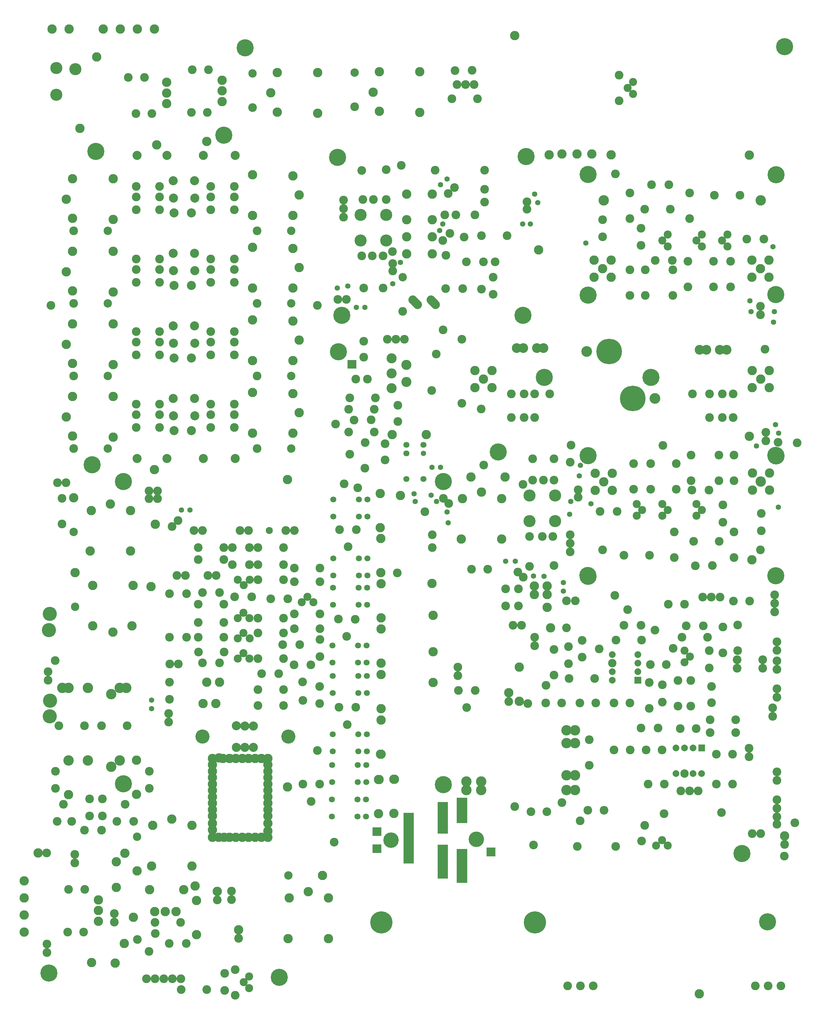
<source format=gbr>
%FSLAX34Y34*%
%MOMM*%
%LNSOLDERMASK_BOTTOM*%
G71*
G01*
%ADD10C,2.600*%
%ADD11C,2.400*%
%ADD12C,2.800*%
%ADD13C,2.600*%
%ADD14C,5.100*%
%ADD15C,1.600*%
%ADD16C,3.100*%
%ADD17C,7.600*%
%ADD18C,3.200*%
%ADD19C,2.900*%
%ADD20C,2.600*%
%ADD21C,2.600*%
%ADD22C,2.400*%
%ADD23C,2.500*%
%ADD24C,2.600*%
%ADD25C,3.600*%
%ADD26C,2.800*%
%ADD27C,3.000*%
%ADD28C,1.800*%
%ADD29C,1.600*%
%ADD30C,2.000*%
%ADD31C,2.500*%
%ADD32C,2.700*%
%ADD33C,2.700*%
%ADD34C,4.200*%
%ADD35C,2.700*%
%ADD36C,2.800*%
%ADD37C,2.100*%
%ADD38C,6.600*%
%ADD39C,4.200*%
%ADD40C,4.600*%
%LPD*%
X419045Y-515829D02*
G54D10*
D03*
X419095Y-439579D02*
G54D10*
D03*
X338051Y-519229D02*
G54D10*
D03*
X338164Y-570210D02*
G54D10*
D03*
X452351Y-544629D02*
G54D10*
D03*
X452463Y-595610D02*
G54D10*
D03*
X419061Y-744429D02*
G54D10*
D03*
X419111Y-668179D02*
G54D10*
D03*
X539782Y-487815D02*
G54D10*
D03*
X463532Y-487765D02*
G54D10*
D03*
X464741Y-668179D02*
G54D10*
D03*
X464691Y-744429D02*
G54D10*
D03*
X596844Y-515830D02*
G54D10*
D03*
X596894Y-439580D02*
G54D10*
D03*
X494176Y-640345D02*
G54D10*
D03*
X591741Y-642779D02*
G54D10*
D03*
X591691Y-719029D02*
G54D10*
D03*
X667940Y-642779D02*
G54D10*
D03*
X667890Y-719029D02*
G54D10*
D03*
X718740Y-642779D02*
G54D10*
D03*
X718690Y-719029D02*
G54D10*
D03*
X818212Y-576734D02*
G54D10*
D03*
X767232Y-576847D02*
G54D10*
D03*
X746758Y-446011D02*
G54D10*
D03*
X670508Y-445961D02*
G54D10*
D03*
X531416Y-563404D02*
G54D11*
D03*
X515516Y-580979D02*
G54D11*
D03*
X531450Y-598595D02*
G54D11*
D03*
X633016Y-563404D02*
G54D11*
D03*
X617116Y-580979D02*
G54D11*
D03*
X633050Y-598595D02*
G54D11*
D03*
X709216Y-563404D02*
G54D11*
D03*
X693316Y-580979D02*
G54D11*
D03*
X709250Y-598595D02*
G54D11*
D03*
X312316Y-639504D02*
G54D12*
D03*
X363116Y-639504D02*
G54D12*
D03*
X337716Y-664904D02*
G54D12*
D03*
X363116Y-690304D02*
G54D12*
D03*
X312316Y-690304D02*
G54D12*
D03*
X782216Y-639504D02*
G54D12*
D03*
X833016Y-639504D02*
G54D12*
D03*
X807616Y-664904D02*
G54D12*
D03*
X833016Y-690304D02*
G54D12*
D03*
X782216Y-690304D02*
G54D12*
D03*
X483742Y-415195D02*
G54D10*
D03*
X534722Y-415082D02*
G54D10*
D03*
X419061Y-744429D02*
G54D13*
D03*
X464691Y-744429D02*
G54D13*
D03*
X591691Y-719029D02*
G54D13*
D03*
X667890Y-719029D02*
G54D13*
D03*
X419061Y-744429D02*
G54D13*
D03*
X294640Y-384810D02*
G54D14*
D03*
X544976Y-640345D02*
G54D10*
D03*
X547291Y-668179D02*
G54D10*
D03*
X547241Y-744429D02*
G54D10*
D03*
X376291Y-383029D02*
G54D10*
D03*
X287516Y-588804D02*
G54D15*
D03*
X464691Y-744429D02*
G54D13*
D03*
X547241Y-744429D02*
G54D13*
D03*
X591691Y-719029D02*
G54D13*
D03*
X667890Y-719029D02*
G54D13*
D03*
X854472Y-385604D02*
G54D14*
D03*
X294640Y-743586D02*
G54D14*
D03*
X853836Y-741998D02*
G54D14*
D03*
X344666Y-461804D02*
G54D15*
D03*
X341490Y-461804D02*
G54D16*
D03*
X808215Y-461804D02*
G54D16*
D03*
X427266Y-1051045D02*
G54D17*
D03*
X357416Y-911344D02*
G54D17*
D03*
X290741Y-911345D02*
G54D18*
D03*
X493941Y-1051045D02*
G54D18*
D03*
X81866Y-901245D02*
G54D19*
D03*
X161866Y-901245D02*
G54D20*
D03*
X626866Y-906245D02*
G54D20*
D03*
X706866Y-906245D02*
G54D20*
D03*
X161866Y-901245D02*
G54D19*
D03*
X626866Y-906245D02*
G54D19*
D03*
X706866Y-906245D02*
G54D12*
D03*
X101866Y-901245D02*
G54D19*
D03*
X141866Y-901245D02*
G54D19*
D03*
X646866Y-906244D02*
G54D19*
D03*
X686866Y-906245D02*
G54D19*
D03*
X-42559Y-1018845D02*
G54D12*
D03*
X-42559Y-968045D02*
G54D12*
D03*
X-17159Y-993445D02*
G54D12*
D03*
X8241Y-968044D02*
G54D12*
D03*
X8241Y-1018845D02*
G54D12*
D03*
X-42559Y-1018845D02*
G54D21*
D03*
X8241Y-1018845D02*
G54D13*
D03*
X782941Y-1018845D02*
G54D12*
D03*
X782941Y-968045D02*
G54D12*
D03*
X808341Y-993445D02*
G54D12*
D03*
X833741Y-968045D02*
G54D12*
D03*
X833741Y-1018845D02*
G54D12*
D03*
X782941Y-1018845D02*
G54D21*
D03*
X833741Y-1018845D02*
G54D13*
D03*
X656398Y-1107482D02*
G54D10*
D03*
X656398Y-1037632D02*
G54D10*
D03*
X726248Y-1107482D02*
G54D10*
D03*
X726248Y-1037632D02*
G54D10*
D03*
X694498Y-1037632D02*
G54D10*
D03*
X694498Y-1107482D02*
G54D10*
D03*
X726249Y-1107482D02*
G54D13*
D03*
X726249Y-1037632D02*
G54D13*
D03*
X65848Y-1107482D02*
G54D10*
D03*
X65848Y-1037632D02*
G54D10*
D03*
X135698Y-1107482D02*
G54D10*
D03*
X135698Y-1037632D02*
G54D10*
D03*
X103948Y-1037632D02*
G54D10*
D03*
X103948Y-1107482D02*
G54D10*
D03*
X135699Y-1107482D02*
G54D13*
D03*
X135699Y-1037632D02*
G54D13*
D03*
X706866Y-906245D02*
G54D19*
D03*
X180149Y-1037632D02*
G54D21*
D03*
X605599Y-1037632D02*
G54D21*
D03*
X821141Y-904520D02*
G54D21*
D03*
X-23409Y-1082320D02*
G54D21*
D03*
X-42559Y-968045D02*
G54D13*
D03*
X8241Y-968044D02*
G54D13*
D03*
X782941Y-968045D02*
G54D13*
D03*
X833741Y-968045D02*
G54D13*
D03*
X833741Y-1018845D02*
G54D13*
D03*
X294640Y-1221423D02*
G54D14*
D03*
X854472Y-1222216D02*
G54D14*
D03*
X294640Y-1580198D02*
G54D14*
D03*
X853836Y-1578610D02*
G54D14*
D03*
X808215Y-1298416D02*
G54D16*
D03*
X-306184Y-581344D02*
G54D22*
D03*
X-306184Y-505144D02*
G54D22*
D03*
X-382384Y-581344D02*
G54D22*
D03*
X-306184Y-581344D02*
G54D22*
D03*
X-382384Y-505144D02*
G54D22*
D03*
X-382384Y-581344D02*
G54D22*
D03*
X-306184Y-505144D02*
G54D22*
D03*
X-382384Y-505144D02*
G54D22*
D03*
X-306272Y-370121D02*
G54D10*
D03*
X-306272Y-459021D02*
G54D10*
D03*
X-344372Y-459021D02*
G54D10*
D03*
X-376122Y-459021D02*
G54D10*
D03*
X-315916Y-721911D02*
G54D10*
D03*
X-379415Y-626661D02*
G54D10*
D03*
X-347666Y-626661D02*
G54D10*
D03*
X-315916Y-626661D02*
G54D10*
D03*
X-287433Y-614372D02*
G54D10*
D03*
X-379416Y-372661D02*
G54D10*
D03*
X-261822Y-357421D02*
G54D10*
D03*
X-99394Y-505110D02*
G54D10*
D03*
X-42244Y-505110D02*
G54D10*
D03*
X-13544Y-428910D02*
G54D10*
D03*
X-13544Y-371760D02*
G54D10*
D03*
X-74594Y-570734D02*
G54D10*
D03*
X-128546Y-624616D02*
G54D10*
D03*
X-74594Y-570734D02*
G54D13*
D03*
X53182Y-566682D02*
G54D10*
D03*
X-23068Y-566632D02*
G54D10*
D03*
X53182Y-566682D02*
G54D13*
D03*
X-67644Y-644810D02*
G54D10*
D03*
X-16844Y-644810D02*
G54D10*
D03*
X-16844Y-644810D02*
G54D10*
D03*
X11763Y-740916D02*
G54D10*
D03*
X11651Y-689936D02*
G54D10*
D03*
X11763Y-740916D02*
G54D10*
D03*
X-13544Y-467010D02*
G54D10*
D03*
X18206Y-644810D02*
G54D10*
D03*
X-132414Y-505110D02*
G54D10*
D03*
X-121494Y-441610D02*
G54D10*
D03*
X-245190Y-443106D02*
G54D12*
D03*
X-168990Y-443106D02*
G54D12*
D03*
X-245190Y-519306D02*
G54D12*
D03*
X-245190Y-570106D02*
G54D12*
D03*
X-245190Y-620906D02*
G54D12*
D03*
X-168990Y-519306D02*
G54D12*
D03*
X-168990Y-570106D02*
G54D12*
D03*
X-168990Y-620906D02*
G54D12*
D03*
X-257691Y-791468D02*
G54D23*
D03*
X-257691Y-689868D02*
G54D23*
D03*
X-257691Y-791468D02*
G54D13*
D03*
X-168990Y-443106D02*
G54D10*
D03*
X-22739Y-725909D02*
G54D10*
D03*
X-78959Y-723664D02*
G54D10*
D03*
X-78959Y-723664D02*
G54D10*
D03*
X-129759Y-723664D02*
G54D10*
D03*
G54D24*
X-159575Y-771386D02*
X-173717Y-757244D01*
G54D24*
X-213550Y-771386D02*
X-227692Y-757244D01*
X-433784Y-461010D02*
G54D21*
D03*
X-433784Y-486410D02*
G54D21*
D03*
X-433784Y-511810D02*
G54D21*
D03*
X-160734Y-372110D02*
G54D21*
D03*
X-382384Y-505144D02*
G54D25*
D03*
X-382384Y-581344D02*
G54D25*
D03*
X-306184Y-581344D02*
G54D25*
D03*
X-306184Y-505144D02*
G54D25*
D03*
X119894Y-1339546D02*
G54D22*
D03*
X119894Y-1415746D02*
G54D22*
D03*
X196094Y-1339546D02*
G54D22*
D03*
X119894Y-1339546D02*
G54D22*
D03*
X196094Y-1415746D02*
G54D22*
D03*
X196094Y-1339546D02*
G54D22*
D03*
X119894Y-1415746D02*
G54D22*
D03*
X196094Y-1415746D02*
G54D22*
D03*
X119982Y-1550769D02*
G54D10*
D03*
X119982Y-1461869D02*
G54D10*
D03*
X158082Y-1461869D02*
G54D10*
D03*
X189832Y-1461869D02*
G54D10*
D03*
X193126Y-1230729D02*
G54D10*
D03*
X129626Y-1230729D02*
G54D10*
D03*
X193125Y-1294229D02*
G54D10*
D03*
X161376Y-1294229D02*
G54D10*
D03*
X129626Y-1294229D02*
G54D10*
D03*
X101143Y-1306518D02*
G54D10*
D03*
X193126Y-1548229D02*
G54D10*
D03*
X241144Y-1507505D02*
G54D21*
D03*
X241144Y-1482105D02*
G54D21*
D03*
X241144Y-1456705D02*
G54D21*
D03*
X241144Y-1240805D02*
G54D21*
D03*
X196094Y-1415746D02*
G54D25*
D03*
X196094Y-1339546D02*
G54D25*
D03*
X119894Y-1339546D02*
G54D25*
D03*
X119894Y-1415746D02*
G54D25*
D03*
X-83114Y-1469127D02*
G54D12*
D03*
X-79940Y-1348477D02*
G54D12*
D03*
X37536Y-1469127D02*
G54D12*
D03*
X37536Y-1348477D02*
G54D12*
D03*
X-22789Y-1329014D02*
G54D12*
D03*
X-79940Y-1348477D02*
G54D26*
D03*
X-54093Y-1284896D02*
G54D12*
D03*
X47507Y-1284896D02*
G54D12*
D03*
X134807Y-1609036D02*
G54D12*
D03*
X134807Y-1634436D02*
G54D12*
D03*
X172907Y-1634436D02*
G54D12*
D03*
X172907Y-1672536D02*
G54D12*
D03*
X87402Y-1617042D02*
G54D10*
D03*
X87515Y-1668022D02*
G54D10*
D03*
X87402Y-1617042D02*
G54D10*
D03*
X87514Y-1668023D02*
G54D10*
D03*
X49302Y-1617042D02*
G54D10*
D03*
X49414Y-1668022D02*
G54D10*
D03*
X49302Y-1617042D02*
G54D10*
D03*
X49414Y-1668023D02*
G54D10*
D03*
X172907Y-1609036D02*
G54D12*
D03*
X-16126Y-1249086D02*
G54D10*
D03*
X-54093Y-1284896D02*
G54D12*
D03*
X-246135Y-950597D02*
G54D27*
D03*
X-246135Y-1001397D02*
G54D27*
D03*
X-290585Y-975996D02*
G54D27*
D03*
X-290585Y-1020447D02*
G54D27*
D03*
X-290585Y-931547D02*
G54D27*
D03*
X-277885Y-874397D02*
G54D10*
D03*
X-303285Y-874397D02*
G54D10*
D03*
X-252485Y-874396D02*
G54D10*
D03*
X-338970Y-1049022D02*
G54D10*
D03*
X-415220Y-1048972D02*
G54D10*
D03*
X-417912Y-1083282D02*
G54D10*
D03*
X-341662Y-1083332D02*
G54D10*
D03*
X-401978Y-1114758D02*
G54D10*
D03*
X-350998Y-1114646D02*
G54D10*
D03*
X-373135Y-880659D02*
G54D10*
D03*
X-373135Y-928459D02*
G54D10*
D03*
X-369525Y-1182284D02*
G54D10*
D03*
X-369575Y-1258534D02*
G54D10*
D03*
X-309635Y-1233346D02*
G54D10*
D03*
X-309635Y-1185547D02*
G54D10*
D03*
X-397079Y-993503D02*
G54D10*
D03*
X-361979Y-993502D02*
G54D10*
D03*
X-271535Y-1119047D02*
G54D10*
D03*
X-271535Y-1071246D02*
G54D10*
D03*
X-417857Y-1150929D02*
G54D10*
D03*
X-341607Y-1150979D02*
G54D10*
D03*
X-170660Y-1027352D02*
G54D10*
D03*
X-417912Y-1083282D02*
G54D10*
D03*
X-417857Y-1150928D02*
G54D10*
D03*
X-309635Y-1233346D02*
G54D10*
D03*
X-369575Y-1258534D02*
G54D10*
D03*
G36*
X-395185Y-936327D02*
X-395185Y-962327D01*
X-421185Y-962327D01*
X-421185Y-936327D01*
X-395185Y-936327D01*
G37*
X-195335Y-1188808D02*
G54D28*
D03*
X-195335Y-1214208D02*
G54D29*
D03*
X-246135Y-1188809D02*
G54D29*
D03*
X-246135Y-1214208D02*
G54D28*
D03*
X-195335Y-1290409D02*
G54D29*
D03*
X-246135Y-1290409D02*
G54D29*
D03*
X-288553Y-1158042D02*
G54D12*
D03*
X-186953Y-1158042D02*
G54D12*
D03*
X-288553Y-1158043D02*
G54D12*
D03*
X-191139Y-1388017D02*
G54D21*
D03*
X-246135Y-1188809D02*
G54D28*
D03*
X-195335Y-1290409D02*
G54D28*
D03*
X-246135Y-1290409D02*
G54D28*
D03*
G36*
X432778Y-1899147D02*
X432778Y-1879147D01*
X452778Y-1879147D01*
X452778Y-1899147D01*
X432778Y-1899147D01*
G37*
X442778Y-1863747D02*
G54D30*
D03*
X442778Y-1838347D02*
G54D30*
D03*
X442778Y-1812947D02*
G54D30*
D03*
X366578Y-1812947D02*
G54D30*
D03*
X366578Y-1838347D02*
G54D30*
D03*
X366579Y-1863747D02*
G54D30*
D03*
X366578Y-1889147D02*
G54D30*
D03*
X366578Y-1838347D02*
G54D31*
D03*
X738528Y-1853786D02*
G54D10*
D03*
X738528Y-1828286D02*
G54D10*
D03*
X168539Y-1957122D02*
G54D10*
D03*
X193434Y-1873537D02*
G54D10*
D03*
X193484Y-1797287D02*
G54D10*
D03*
X58242Y-1952129D02*
G54D10*
D03*
X58242Y-1926629D02*
G54D10*
D03*
X600499Y-1889845D02*
G54D10*
D03*
X600448Y-1966096D02*
G54D10*
D03*
X600499Y-1889845D02*
G54D10*
D03*
X662383Y-1907778D02*
G54D10*
D03*
X662383Y-1955578D02*
G54D10*
D03*
X562398Y-1889845D02*
G54D10*
D03*
X562348Y-1966096D02*
G54D10*
D03*
X562399Y-1889845D02*
G54D10*
D03*
X582054Y-1836072D02*
G54D11*
D03*
X597954Y-1818497D02*
G54D11*
D03*
X582019Y-1800881D02*
G54D11*
D03*
X655427Y-1801278D02*
G54D10*
D03*
X655539Y-1852259D02*
G54D10*
D03*
X655427Y-1801279D02*
G54D10*
D03*
X650497Y-1761151D02*
G54D10*
D03*
X574247Y-1761101D02*
G54D10*
D03*
X650497Y-1761151D02*
G54D10*
D03*
X637464Y-1727179D02*
G54D10*
D03*
X586484Y-1727291D02*
G54D10*
D03*
X637464Y-1727178D02*
G54D10*
D03*
X515727Y-1902878D02*
G54D10*
D03*
X515839Y-1953859D02*
G54D10*
D03*
X515727Y-1902879D02*
G54D10*
D03*
X662383Y-1907778D02*
G54D10*
D03*
X650497Y-1761151D02*
G54D10*
D03*
X637464Y-1727179D02*
G54D10*
D03*
X695749Y-1731095D02*
G54D10*
D03*
X695699Y-1807346D02*
G54D10*
D03*
X695750Y-1731095D02*
G54D10*
D03*
X695749Y-1731095D02*
G54D10*
D03*
X515727Y-1902878D02*
G54D10*
D03*
X479689Y-1842822D02*
G54D10*
D03*
X527489Y-1842822D02*
G54D10*
D03*
X493933Y-1740423D02*
G54D10*
D03*
X547815Y-1794376D02*
G54D10*
D03*
X493934Y-1740422D02*
G54D10*
D03*
X493934Y-1740423D02*
G54D10*
D03*
X453872Y-1769322D02*
G54D10*
D03*
X377622Y-1769272D02*
G54D10*
D03*
X401375Y-1725396D02*
G54D10*
D03*
X452356Y-1725284D02*
G54D10*
D03*
X401376Y-1725396D02*
G54D10*
D03*
X453872Y-1769322D02*
G54D10*
D03*
X452356Y-1725284D02*
G54D10*
D03*
X270139Y-1957122D02*
G54D10*
D03*
X317939Y-1957122D02*
G54D10*
D03*
X168539Y-1957122D02*
G54D10*
D03*
X216339Y-1957122D02*
G54D10*
D03*
X371739Y-1957122D02*
G54D10*
D03*
X419539Y-1957122D02*
G54D10*
D03*
X371739Y-1957122D02*
G54D10*
D03*
X476674Y-1896195D02*
G54D10*
D03*
X476624Y-1972446D02*
G54D10*
D03*
X476674Y-1896195D02*
G54D10*
D03*
X314172Y-1883622D02*
G54D10*
D03*
X237922Y-1883572D02*
G54D10*
D03*
X314172Y-1883622D02*
G54D10*
D03*
X236593Y-1839748D02*
G54D10*
D03*
X236481Y-1788768D02*
G54D10*
D03*
X236593Y-1839748D02*
G54D10*
D03*
X236481Y-1788767D02*
G54D10*
D03*
X276854Y-1770872D02*
G54D21*
D03*
X327786Y-1795856D02*
G54D21*
D03*
X276740Y-1820755D02*
G54D21*
D03*
X276854Y-1770872D02*
G54D10*
D03*
X182838Y-1733454D02*
G54D10*
D03*
X230638Y-1733454D02*
G54D10*
D03*
X193434Y-1873537D02*
G54D10*
D03*
X169316Y-1904334D02*
G54D10*
D03*
X115364Y-1958216D02*
G54D10*
D03*
X169316Y-1904335D02*
G54D10*
D03*
X740140Y-1724841D02*
G54D10*
D03*
X182838Y-1733454D02*
G54D12*
D03*
X89964Y-1850266D02*
G54D12*
D03*
X89963Y-1951866D02*
G54D12*
D03*
X89964Y-1850266D02*
G54D12*
D03*
X58242Y-1926629D02*
G54D12*
D03*
X740140Y-1724841D02*
G54D10*
D03*
X740090Y-1801091D02*
G54D10*
D03*
X740140Y-1724841D02*
G54D10*
D03*
X740140Y-1724841D02*
G54D10*
D03*
X695749Y-1731095D02*
G54D10*
D03*
X637464Y-1727179D02*
G54D10*
D03*
X650497Y-1761151D02*
G54D10*
D03*
X493933Y-1740423D02*
G54D10*
D03*
X453872Y-1769322D02*
G54D10*
D03*
X452356Y-1725284D02*
G54D10*
D03*
X662383Y-1907778D02*
G54D10*
D03*
X276854Y-1770872D02*
G54D10*
D03*
X371739Y-1957122D02*
G54D10*
D03*
X168539Y-1957122D02*
G54D10*
D03*
X169316Y-1904335D02*
G54D10*
D03*
X193434Y-1873537D02*
G54D10*
D03*
X89964Y-1850266D02*
G54D10*
D03*
X814778Y-1853836D02*
G54D10*
D03*
X738528Y-1853786D02*
G54D10*
D03*
X814778Y-1828336D02*
G54D10*
D03*
X738528Y-1828286D02*
G54D10*
D03*
X-981126Y-1137496D02*
G54D10*
D03*
X-1050976Y-1137496D02*
G54D10*
D03*
X-981126Y-1067646D02*
G54D10*
D03*
X-1050976Y-1067646D02*
G54D10*
D03*
X-1050976Y-1099396D02*
G54D10*
D03*
X-981126Y-1099396D02*
G54D10*
D03*
X-937718Y-1146267D02*
G54D32*
D03*
X-886736Y-1146155D02*
G54D32*
D03*
X-758876Y-1137496D02*
G54D10*
D03*
X-828726Y-1137496D02*
G54D10*
D03*
X-758876Y-1067646D02*
G54D10*
D03*
X-828726Y-1067646D02*
G54D10*
D03*
X-828726Y-1099396D02*
G54D10*
D03*
X-758876Y-1099396D02*
G54D10*
D03*
X-876653Y-1102169D02*
G54D10*
D03*
X-876766Y-1051189D02*
G54D10*
D03*
X-940153Y-1102169D02*
G54D10*
D03*
X-940266Y-1051189D02*
G54D10*
D03*
X-758876Y-1067646D02*
G54D13*
D03*
X-828726Y-1067646D02*
G54D13*
D03*
X-876766Y-1051188D02*
G54D33*
D03*
X-940266Y-1051188D02*
G54D13*
D03*
X-981126Y-1067646D02*
G54D13*
D03*
X-1050976Y-1067646D02*
G54D13*
D03*
X-940153Y-1102169D02*
G54D32*
D03*
X-940266Y-1051189D02*
G54D32*
D03*
X-876766Y-1051189D02*
G54D32*
D03*
X-876653Y-1102169D02*
G54D32*
D03*
X-704663Y-1033204D02*
G54D12*
D03*
X-584013Y-1036378D02*
G54D12*
D03*
X-704663Y-1153854D02*
G54D12*
D03*
X-584013Y-1153854D02*
G54D12*
D03*
X-565200Y-1093529D02*
G54D12*
D03*
X-691156Y-1200134D02*
G54D23*
D03*
X-589556Y-1200133D02*
G54D23*
D03*
X-584013Y-1036378D02*
G54D12*
D03*
X-1119658Y-1165942D02*
G54D12*
D03*
X-1240308Y-1162768D02*
G54D12*
D03*
X-1119658Y-1045292D02*
G54D12*
D03*
X-1240308Y-1045292D02*
G54D12*
D03*
X-1259120Y-1105617D02*
G54D12*
D03*
X-1240307Y-1162768D02*
G54D12*
D03*
X-1240308Y-1045292D02*
G54D12*
D03*
X-1237256Y-1200134D02*
G54D23*
D03*
X-1135656Y-1200133D02*
G54D23*
D03*
X-691156Y-1200134D02*
G54D10*
D03*
X-1237256Y-1200134D02*
G54D10*
D03*
X-981126Y-921596D02*
G54D10*
D03*
X-1050976Y-921596D02*
G54D10*
D03*
X-981126Y-851746D02*
G54D10*
D03*
X-1050976Y-851746D02*
G54D10*
D03*
X-1050976Y-883496D02*
G54D10*
D03*
X-981126Y-883496D02*
G54D10*
D03*
X-937718Y-930367D02*
G54D32*
D03*
X-886736Y-930255D02*
G54D32*
D03*
X-758876Y-921596D02*
G54D10*
D03*
X-828726Y-921596D02*
G54D10*
D03*
X-758876Y-851746D02*
G54D10*
D03*
X-828726Y-851746D02*
G54D10*
D03*
X-828726Y-883496D02*
G54D10*
D03*
X-758876Y-883496D02*
G54D10*
D03*
X-876653Y-886269D02*
G54D10*
D03*
X-876766Y-835288D02*
G54D10*
D03*
X-940153Y-886269D02*
G54D10*
D03*
X-940266Y-835289D02*
G54D10*
D03*
X-758876Y-851746D02*
G54D13*
D03*
X-828726Y-851746D02*
G54D13*
D03*
X-876766Y-835288D02*
G54D33*
D03*
X-940266Y-835288D02*
G54D13*
D03*
X-981126Y-851746D02*
G54D13*
D03*
X-1050976Y-851746D02*
G54D13*
D03*
X-940153Y-886269D02*
G54D32*
D03*
X-940266Y-835289D02*
G54D32*
D03*
X-876766Y-835288D02*
G54D32*
D03*
X-876653Y-886269D02*
G54D32*
D03*
X-704663Y-817304D02*
G54D12*
D03*
X-584013Y-820478D02*
G54D12*
D03*
X-704663Y-937954D02*
G54D12*
D03*
X-584013Y-937954D02*
G54D12*
D03*
X-565200Y-877629D02*
G54D12*
D03*
X-691156Y-984234D02*
G54D23*
D03*
X-589556Y-984233D02*
G54D23*
D03*
X-584013Y-820478D02*
G54D12*
D03*
X-1119658Y-950042D02*
G54D12*
D03*
X-1240308Y-946868D02*
G54D12*
D03*
X-1119658Y-829392D02*
G54D12*
D03*
X-1240308Y-829392D02*
G54D12*
D03*
X-1259120Y-889717D02*
G54D12*
D03*
X-1240307Y-946869D02*
G54D12*
D03*
X-1240308Y-829392D02*
G54D12*
D03*
X-1237256Y-984234D02*
G54D23*
D03*
X-1135656Y-984233D02*
G54D23*
D03*
X-691156Y-984234D02*
G54D10*
D03*
X-1237256Y-984234D02*
G54D10*
D03*
X-981126Y-705696D02*
G54D10*
D03*
X-1050976Y-705696D02*
G54D10*
D03*
X-981126Y-635846D02*
G54D10*
D03*
X-1050976Y-635846D02*
G54D10*
D03*
X-1050976Y-667596D02*
G54D10*
D03*
X-981126Y-667596D02*
G54D10*
D03*
X-937718Y-714467D02*
G54D32*
D03*
X-886736Y-714355D02*
G54D32*
D03*
X-758876Y-705696D02*
G54D10*
D03*
X-828726Y-705696D02*
G54D10*
D03*
X-758876Y-635846D02*
G54D10*
D03*
X-828726Y-635846D02*
G54D10*
D03*
X-828726Y-667596D02*
G54D10*
D03*
X-758876Y-667596D02*
G54D10*
D03*
X-876653Y-670369D02*
G54D10*
D03*
X-876766Y-619388D02*
G54D10*
D03*
X-940153Y-670369D02*
G54D10*
D03*
X-940266Y-619388D02*
G54D10*
D03*
X-758876Y-635846D02*
G54D13*
D03*
X-828726Y-635846D02*
G54D13*
D03*
X-876766Y-619388D02*
G54D33*
D03*
X-940266Y-619388D02*
G54D13*
D03*
X-981126Y-635846D02*
G54D13*
D03*
X-1050976Y-635846D02*
G54D13*
D03*
X-940153Y-670369D02*
G54D32*
D03*
X-940266Y-619388D02*
G54D32*
D03*
X-876766Y-619388D02*
G54D32*
D03*
X-876653Y-670369D02*
G54D32*
D03*
X-704663Y-601404D02*
G54D12*
D03*
X-584013Y-604578D02*
G54D12*
D03*
X-704663Y-722054D02*
G54D12*
D03*
X-584013Y-722054D02*
G54D12*
D03*
X-565200Y-661729D02*
G54D12*
D03*
X-691156Y-768334D02*
G54D23*
D03*
X-589556Y-768334D02*
G54D23*
D03*
X-584013Y-604578D02*
G54D12*
D03*
X-1119658Y-734142D02*
G54D12*
D03*
X-1240308Y-730968D02*
G54D12*
D03*
X-1119658Y-613492D02*
G54D12*
D03*
X-1240308Y-613492D02*
G54D12*
D03*
X-1259120Y-673817D02*
G54D12*
D03*
X-1240307Y-730968D02*
G54D12*
D03*
X-1240308Y-613492D02*
G54D12*
D03*
X-1237256Y-768334D02*
G54D23*
D03*
X-1135656Y-768334D02*
G54D23*
D03*
X-691156Y-768334D02*
G54D10*
D03*
X-1237256Y-768334D02*
G54D10*
D03*
X-981126Y-489796D02*
G54D10*
D03*
X-1050976Y-489796D02*
G54D10*
D03*
X-981126Y-419946D02*
G54D10*
D03*
X-1050976Y-419946D02*
G54D10*
D03*
X-1050976Y-451696D02*
G54D10*
D03*
X-981126Y-451696D02*
G54D10*
D03*
X-937718Y-498567D02*
G54D32*
D03*
X-886737Y-498455D02*
G54D32*
D03*
X-758876Y-489796D02*
G54D10*
D03*
X-828726Y-489796D02*
G54D10*
D03*
X-758876Y-419946D02*
G54D10*
D03*
X-828726Y-419946D02*
G54D10*
D03*
X-828726Y-451696D02*
G54D10*
D03*
X-758876Y-451696D02*
G54D10*
D03*
X-876653Y-454469D02*
G54D10*
D03*
X-876766Y-403488D02*
G54D10*
D03*
X-940153Y-454469D02*
G54D10*
D03*
X-940266Y-403489D02*
G54D10*
D03*
X-758876Y-419946D02*
G54D13*
D03*
X-828726Y-419946D02*
G54D13*
D03*
X-876766Y-403488D02*
G54D33*
D03*
X-940266Y-403488D02*
G54D13*
D03*
X-981126Y-419946D02*
G54D13*
D03*
X-1050976Y-419946D02*
G54D13*
D03*
X-940153Y-454469D02*
G54D32*
D03*
X-940266Y-403489D02*
G54D32*
D03*
X-876766Y-403489D02*
G54D32*
D03*
X-876653Y-454469D02*
G54D32*
D03*
X-704663Y-385504D02*
G54D12*
D03*
X-584013Y-388678D02*
G54D12*
D03*
X-704663Y-506154D02*
G54D12*
D03*
X-584013Y-506154D02*
G54D12*
D03*
X-565200Y-445829D02*
G54D12*
D03*
X-691156Y-552434D02*
G54D23*
D03*
X-589556Y-552434D02*
G54D23*
D03*
X-584013Y-388678D02*
G54D12*
D03*
X-1119658Y-518242D02*
G54D12*
D03*
X-1240308Y-515068D02*
G54D12*
D03*
X-1119658Y-397592D02*
G54D12*
D03*
X-1240308Y-397592D02*
G54D12*
D03*
X-1259120Y-457917D02*
G54D12*
D03*
X-1240307Y-515068D02*
G54D12*
D03*
X-1240308Y-397592D02*
G54D12*
D03*
X-1237256Y-552434D02*
G54D23*
D03*
X-1135656Y-552434D02*
G54D23*
D03*
X-691156Y-552434D02*
G54D10*
D03*
X-1237256Y-552434D02*
G54D10*
D03*
X-756002Y-1229169D02*
G54D32*
D03*
X-756002Y-1229169D02*
G54D32*
D03*
X-851252Y-1229169D02*
G54D32*
D03*
X-851252Y-1229169D02*
G54D32*
D03*
X-959202Y-1229169D02*
G54D32*
D03*
X-959202Y-1229169D02*
G54D32*
D03*
X-1048102Y-1229169D02*
G54D32*
D03*
X-1048102Y-1229169D02*
G54D32*
D03*
X-756002Y-327469D02*
G54D32*
D03*
X-756002Y-327469D02*
G54D32*
D03*
X-851252Y-327469D02*
G54D32*
D03*
X-851252Y-327469D02*
G54D32*
D03*
X-959202Y-327469D02*
G54D32*
D03*
X-959202Y-327469D02*
G54D32*
D03*
X-1048102Y-327469D02*
G54D32*
D03*
X-1048102Y-327469D02*
G54D32*
D03*
X-1304738Y-773999D02*
G54D21*
D03*
X-510988Y-773999D02*
G54D21*
D03*
X100964Y-803910D02*
G54D14*
D03*
X110490Y-330836D02*
G54D14*
D03*
X110489Y-330835D02*
G54D14*
D03*
X-438786Y-803910D02*
G54D14*
D03*
X-451486Y-334010D02*
G54D14*
D03*
X-1059839Y-1606685D02*
G54D12*
D03*
X-1063013Y-1727335D02*
G54D12*
D03*
X-1180489Y-1606685D02*
G54D12*
D03*
X-1180488Y-1727335D02*
G54D12*
D03*
X-1120164Y-1746148D02*
G54D12*
D03*
X-1188038Y-1504816D02*
G54D12*
D03*
X-1184864Y-1384166D02*
G54D12*
D03*
X-1067388Y-1504816D02*
G54D12*
D03*
X-1067389Y-1384166D02*
G54D12*
D03*
X-1127713Y-1364878D02*
G54D12*
D03*
X-1233118Y-1569392D02*
G54D23*
D03*
X-1233118Y-1670992D02*
G54D23*
D03*
X-1233118Y-1569392D02*
G54D10*
D03*
X-1233118Y-1569392D02*
G54D12*
D03*
X-1236916Y-1346196D02*
G54D23*
D03*
X-1236916Y-1447797D02*
G54D23*
D03*
X-1236916Y-1346196D02*
G54D10*
D03*
X-1236916Y-1346196D02*
G54D12*
D03*
X-1063013Y-1727335D02*
G54D12*
D03*
X-1067389Y-1384166D02*
G54D12*
D03*
X-1184864Y-1384166D02*
G54D12*
D03*
X-1067389Y-1384166D02*
G54D12*
D03*
X-1088628Y-1298416D02*
G54D14*
D03*
X-136128Y-1298416D02*
G54D14*
D03*
X-1088628Y-2196941D02*
G54D14*
D03*
X-136128Y-2200116D02*
G54D14*
D03*
X-52073Y-1558736D02*
G54D10*
D03*
X-4273Y-1558736D02*
G54D10*
D03*
X-52073Y-1558735D02*
G54D10*
D03*
X843824Y-1971176D02*
G54D21*
D03*
X856523Y-1774326D02*
G54D21*
D03*
X856524Y-1799726D02*
G54D21*
D03*
X856523Y-2161676D02*
G54D21*
D03*
X856524Y-2187076D02*
G54D21*
D03*
X856523Y-1914026D02*
G54D21*
D03*
X856524Y-1939426D02*
G54D21*
D03*
X-170095Y-1600917D02*
G54D12*
D03*
X-166920Y-1696167D02*
G54D12*
D03*
X-166920Y-1804117D02*
G54D12*
D03*
X-166920Y-1896192D02*
G54D12*
D03*
X-597490Y-2056655D02*
G54D34*
D03*
X-853190Y-2056755D02*
G54D34*
D03*
X-752464Y-2024830D02*
G54D35*
D03*
X-727090Y-2024955D02*
G54D35*
D03*
X-701646Y-2024930D02*
G54D35*
D03*
X-504384Y-1958571D02*
G54D10*
D03*
X-504559Y-1907579D02*
G54D10*
D03*
X-802314Y-1894705D02*
G54D36*
D03*
X-851714Y-1958805D02*
G54D36*
D03*
X-813714Y-1958805D02*
G54D36*
D03*
X-840414Y-1894705D02*
G54D36*
D03*
X-951590Y-1945555D02*
G54D10*
D03*
X-951714Y-1894638D02*
G54D10*
D03*
X-688064Y-1916980D02*
G54D10*
D03*
X-611814Y-1917030D02*
G54D10*
D03*
X-954164Y-2013680D02*
G54D10*
D03*
X-954164Y-1988180D02*
G54D10*
D03*
X-688064Y-1964605D02*
G54D10*
D03*
X-611815Y-1964655D02*
G54D10*
D03*
X-713464Y-1545505D02*
G54D10*
D03*
X-764381Y-1545630D02*
G54D10*
D03*
X-748390Y-1589955D02*
G54D11*
D03*
X-730814Y-1605855D02*
G54D11*
D03*
X-713198Y-1589920D02*
G54D11*
D03*
X-742039Y-1443905D02*
G54D10*
D03*
X-716614Y-1443855D02*
G54D10*
D03*
X-688064Y-1589955D02*
G54D10*
D03*
X-611889Y-1589955D02*
G54D10*
D03*
X-865864Y-1529630D02*
G54D10*
D03*
X-789614Y-1529680D02*
G54D10*
D03*
X-707114Y-1640755D02*
G54D10*
D03*
X-758031Y-1640880D02*
G54D10*
D03*
X-713464Y-1704255D02*
G54D11*
D03*
X-731064Y-1688355D02*
G54D11*
D03*
X-748656Y-1704290D02*
G54D11*
D03*
X-713090Y-1764655D02*
G54D11*
D03*
X-731064Y-1748680D02*
G54D11*
D03*
X-748656Y-1764615D02*
G54D11*
D03*
X-688064Y-1704255D02*
G54D10*
D03*
X-611889Y-1704255D02*
G54D10*
D03*
X-713465Y-1824955D02*
G54D11*
D03*
X-731064Y-1809005D02*
G54D11*
D03*
X-748656Y-1824940D02*
G54D11*
D03*
X-865864Y-1761405D02*
G54D10*
D03*
X-789614Y-1761455D02*
G54D10*
D03*
X-865656Y-1805584D02*
G54D10*
D03*
X-789406Y-1805634D02*
G54D10*
D03*
X-688064Y-1824905D02*
G54D10*
D03*
X-611790Y-1824955D02*
G54D10*
D03*
X-626744Y-1869695D02*
G54D10*
D03*
X-677660Y-1869820D02*
G54D10*
D03*
X-688064Y-1748705D02*
G54D10*
D03*
X-611814Y-1748755D02*
G54D10*
D03*
X-530789Y-1843555D02*
G54D21*
D03*
X-555773Y-1894487D02*
G54D21*
D03*
X-580672Y-1843440D02*
G54D21*
D03*
X-522964Y-1656630D02*
G54D11*
D03*
X-540765Y-1640830D02*
G54D11*
D03*
X-558155Y-1656665D02*
G54D11*
D03*
X-878564Y-1443905D02*
G54D10*
D03*
X-852990Y-1443955D02*
G54D10*
D03*
X-580114Y-1555030D02*
G54D10*
D03*
X-503864Y-1555080D02*
G54D10*
D03*
X-580114Y-1596305D02*
G54D10*
D03*
X-503864Y-1596355D02*
G54D10*
D03*
X-599164Y-1647105D02*
G54D10*
D03*
X-650081Y-1647230D02*
G54D10*
D03*
X-580114Y-1691555D02*
G54D10*
D03*
X-503864Y-1691605D02*
G54D10*
D03*
X-503964Y-1818580D02*
G54D10*
D03*
X-504077Y-1767600D02*
G54D10*
D03*
X-503915Y-1736005D02*
G54D10*
D03*
X-580190Y-1735955D02*
G54D10*
D03*
X-929314Y-1577230D02*
G54D10*
D03*
X-904452Y-1577542D02*
G54D10*
D03*
X-900790Y-1761405D02*
G54D10*
D03*
X-951764Y-1761555D02*
G54D10*
D03*
X-865864Y-1716955D02*
G54D10*
D03*
X-789614Y-1717005D02*
G54D10*
D03*
X-802364Y-1837605D02*
G54D10*
D03*
X-853340Y-1837755D02*
G54D10*
D03*
X-925764Y-1840755D02*
G54D10*
D03*
X-951064Y-1840455D02*
G54D10*
D03*
X-900790Y-1631230D02*
G54D10*
D03*
X-951764Y-1631330D02*
G54D10*
D03*
X-580114Y-1443905D02*
G54D10*
D03*
X-605590Y-1443905D02*
G54D10*
D03*
X-865864Y-1662980D02*
G54D10*
D03*
X-789614Y-1663030D02*
G54D10*
D03*
X-802390Y-1628030D02*
G54D10*
D03*
X-853290Y-1628230D02*
G54D10*
D03*
X-837290Y-1577255D02*
G54D10*
D03*
X-812390Y-1577555D02*
G54D10*
D03*
X-688065Y-1545505D02*
G54D10*
D03*
X-611890Y-1545505D02*
G54D10*
D03*
X-688064Y-1494705D02*
G54D10*
D03*
X-611890Y-1494655D02*
G54D10*
D03*
X-865890Y-1494655D02*
G54D10*
D03*
X-789689Y-1494655D02*
G54D10*
D03*
X-713464Y-1494705D02*
G54D10*
D03*
X-764381Y-1494830D02*
G54D10*
D03*
X-654840Y-1443905D02*
G54D37*
D03*
X-614764Y-1783320D02*
G54D10*
D03*
X-563784Y-1783208D02*
G54D10*
D03*
X-554665Y-1948780D02*
G54D10*
D03*
X-701590Y-2089255D02*
G54D35*
D03*
X-726890Y-2089055D02*
G54D35*
D03*
X-752377Y-2089124D02*
G54D35*
D03*
X-364340Y-2100566D02*
G54D29*
D03*
X-389740Y-2100566D02*
G54D29*
D03*
X-364340Y-2049766D02*
G54D29*
D03*
X-389740Y-2049766D02*
G54D29*
D03*
X-465940Y-2100566D02*
G54D28*
D03*
X-465940Y-2049766D02*
G54D29*
D03*
X-321731Y-2109450D02*
G54D12*
D03*
X-321731Y-2007850D02*
G54D12*
D03*
X-323715Y-2109450D02*
G54D12*
D03*
X-364340Y-1927132D02*
G54D29*
D03*
X-389740Y-1927131D02*
G54D29*
D03*
X-364340Y-1876332D02*
G54D29*
D03*
X-389740Y-1876332D02*
G54D29*
D03*
X-465940Y-1927132D02*
G54D29*
D03*
X-465940Y-1876332D02*
G54D29*
D03*
X-397440Y-1969761D02*
G54D21*
D03*
X-422423Y-2020694D02*
G54D21*
D03*
X-447322Y-1969647D02*
G54D21*
D03*
X-361958Y-1577881D02*
G54D29*
D03*
X-387358Y-1577882D02*
G54D29*
D03*
X-361958Y-1527082D02*
G54D29*
D03*
X-387358Y-1527082D02*
G54D29*
D03*
X-463558Y-1577882D02*
G54D29*
D03*
X-463558Y-1527082D02*
G54D29*
D03*
X-361958Y-1402463D02*
G54D29*
D03*
X-387358Y-1402463D02*
G54D29*
D03*
X-361958Y-1351662D02*
G54D29*
D03*
X-387358Y-1351663D02*
G54D29*
D03*
X-463558Y-1402462D02*
G54D29*
D03*
X-463558Y-1351663D02*
G54D29*
D03*
X-395058Y-1441124D02*
G54D21*
D03*
X-420042Y-1492056D02*
G54D21*
D03*
X-444941Y-1441010D02*
G54D21*
D03*
X-399027Y-1707427D02*
G54D21*
D03*
X-424011Y-1758359D02*
G54D21*
D03*
X-448910Y-1707312D02*
G54D21*
D03*
X-363546Y-1664400D02*
G54D29*
D03*
X-388946Y-1664400D02*
G54D29*
D03*
X-363546Y-1613600D02*
G54D29*
D03*
X-388946Y-1613600D02*
G54D29*
D03*
X-465146Y-1664400D02*
G54D29*
D03*
X-465146Y-1613600D02*
G54D29*
D03*
X-365133Y-1836644D02*
G54D29*
D03*
X-390533Y-1836644D02*
G54D29*
D03*
X-365133Y-1785844D02*
G54D29*
D03*
X-390533Y-1785844D02*
G54D29*
D03*
X-466733Y-1836644D02*
G54D29*
D03*
X-466733Y-1785844D02*
G54D29*
D03*
X-321731Y-1974115D02*
G54D12*
D03*
X-321731Y-1872515D02*
G54D12*
D03*
X-321731Y-1974115D02*
G54D12*
D03*
X-321334Y-1837987D02*
G54D12*
D03*
X-321334Y-1736387D02*
G54D12*
D03*
X-321334Y-1837987D02*
G54D12*
D03*
X-321334Y-1703446D02*
G54D12*
D03*
X-321334Y-1601846D02*
G54D12*
D03*
X-321334Y-1703446D02*
G54D12*
D03*
X-322524Y-1568906D02*
G54D12*
D03*
X-322524Y-1467306D02*
G54D12*
D03*
X-322524Y-1568906D02*
G54D12*
D03*
X-324112Y-1435556D02*
G54D12*
D03*
X-324112Y-1333956D02*
G54D12*
D03*
X-324112Y-1435556D02*
G54D12*
D03*
X-273839Y-1570112D02*
G54D21*
D03*
X-511170Y-2097956D02*
G54D21*
D03*
X-465940Y-2049766D02*
G54D28*
D03*
X-389740Y-2100566D02*
G54D28*
D03*
X-364340Y-2100566D02*
G54D28*
D03*
X-389740Y-2049766D02*
G54D28*
D03*
X-364340Y-2049766D02*
G54D28*
D03*
X-465940Y-1927132D02*
G54D28*
D03*
X-465940Y-1876332D02*
G54D28*
D03*
X-389740Y-1927131D02*
G54D28*
D03*
X-364340Y-1927132D02*
G54D28*
D03*
X-364340Y-1876332D02*
G54D28*
D03*
X-389740Y-1876332D02*
G54D28*
D03*
X-390533Y-1836644D02*
G54D28*
D03*
X-365133Y-1836644D02*
G54D28*
D03*
X-365133Y-1785844D02*
G54D28*
D03*
X-390533Y-1785844D02*
G54D28*
D03*
X-466733Y-1836644D02*
G54D28*
D03*
X-466733Y-1785844D02*
G54D28*
D03*
X-465146Y-1664400D02*
G54D28*
D03*
X-388946Y-1664400D02*
G54D28*
D03*
X-465146Y-1613600D02*
G54D28*
D03*
X-388946Y-1613600D02*
G54D28*
D03*
X-363546Y-1613600D02*
G54D28*
D03*
X-363546Y-1664400D02*
G54D28*
D03*
X-463558Y-1577882D02*
G54D28*
D03*
X-463558Y-1527082D02*
G54D28*
D03*
X-387358Y-1577882D02*
G54D28*
D03*
X-361958Y-1577881D02*
G54D28*
D03*
X-361958Y-1527082D02*
G54D28*
D03*
X-387358Y-1527082D02*
G54D28*
D03*
X-463558Y-1402462D02*
G54D28*
D03*
X-463558Y-1351663D02*
G54D28*
D03*
X-387358Y-1402463D02*
G54D28*
D03*
X-361958Y-1402463D02*
G54D28*
D03*
X-361958Y-1351662D02*
G54D28*
D03*
X-387358Y-1351663D02*
G54D28*
D03*
X-399027Y-1707427D02*
G54D21*
D03*
X-395058Y-1441124D02*
G54D21*
D03*
X-366324Y-2294239D02*
G54D29*
D03*
X-391724Y-2294239D02*
G54D29*
D03*
X-366324Y-2243439D02*
G54D29*
D03*
X-391724Y-2243439D02*
G54D29*
D03*
X-467924Y-2294239D02*
G54D28*
D03*
X-467924Y-2243439D02*
G54D29*
D03*
X-467924Y-2243439D02*
G54D28*
D03*
X-391724Y-2294239D02*
G54D28*
D03*
X-366324Y-2294239D02*
G54D28*
D03*
X-391724Y-2243439D02*
G54D28*
D03*
X-366324Y-2243439D02*
G54D28*
D03*
X-504993Y-2198361D02*
G54D21*
D03*
X-529976Y-2249294D02*
G54D21*
D03*
X-554875Y-2198247D02*
G54D21*
D03*
X-329576Y-2184750D02*
G54D12*
D03*
X-329576Y-2286349D02*
G54D12*
D03*
X-327592Y-2184749D02*
G54D12*
D03*
X-283538Y-2183559D02*
G54D12*
D03*
X-283538Y-2285159D02*
G54D12*
D03*
X-281554Y-2183559D02*
G54D12*
D03*
X-365530Y-2191845D02*
G54D29*
D03*
X-390930Y-2191845D02*
G54D29*
D03*
X-365530Y-2141045D02*
G54D29*
D03*
X-390930Y-2141045D02*
G54D29*
D03*
X-467130Y-2191846D02*
G54D28*
D03*
X-467131Y-2141045D02*
G54D29*
D03*
X-467131Y-2141045D02*
G54D28*
D03*
X-390930Y-2191845D02*
G54D28*
D03*
X-365530Y-2191845D02*
G54D28*
D03*
X-390930Y-2141045D02*
G54D28*
D03*
X-365530Y-2141045D02*
G54D28*
D03*
X-600030Y-1291923D02*
G54D12*
D03*
X-600030Y-2206323D02*
G54D12*
D03*
X-792395Y-2121617D02*
G54D12*
D03*
X-659045Y-2254967D02*
G54D12*
D03*
X-659045Y-2235917D02*
G54D12*
D03*
X-659045Y-2216867D02*
G54D12*
D03*
X-659045Y-2197817D02*
G54D12*
D03*
X-659045Y-2178767D02*
G54D12*
D03*
X-659045Y-2159717D02*
G54D12*
D03*
X-659045Y-2140667D02*
G54D12*
D03*
X-659045Y-2121617D02*
G54D12*
D03*
X-659045Y-2274017D02*
G54D12*
D03*
X-659045Y-2293067D02*
G54D12*
D03*
X-659045Y-2293067D02*
G54D12*
D03*
X-754295Y-2121617D02*
G54D12*
D03*
X-735245Y-2121617D02*
G54D12*
D03*
X-716195Y-2121617D02*
G54D12*
D03*
X-697145Y-2121617D02*
G54D12*
D03*
X-678095Y-2121617D02*
G54D12*
D03*
X-773345Y-2121617D02*
G54D12*
D03*
X-792395Y-2121617D02*
G54D12*
D03*
X-659045Y-2121617D02*
G54D12*
D03*
X-993730Y-1425273D02*
G54D12*
D03*
X-264114Y-1339716D02*
G54D12*
D03*
X-373066Y-721911D02*
G54D10*
D03*
X96576Y-1725396D02*
G54D10*
D03*
X71001Y-1725346D02*
G54D10*
D03*
X135682Y-1761112D02*
G54D10*
D03*
X135632Y-1786686D02*
G54D10*
D03*
X256285Y-1653118D02*
G54D10*
D03*
X230710Y-1653068D02*
G54D10*
D03*
X774223Y-2116964D02*
G54D10*
D03*
X774224Y-2091464D02*
G54D10*
D03*
G36*
X642876Y-2100474D02*
X622876Y-2100474D01*
X622876Y-2080474D01*
X642876Y-2080474D01*
X642876Y-2100474D01*
G37*
X607476Y-2090474D02*
G54D30*
D03*
X582076Y-2090474D02*
G54D30*
D03*
X556676Y-2090474D02*
G54D30*
D03*
X556676Y-2166674D02*
G54D30*
D03*
X582076Y-2166674D02*
G54D30*
D03*
X607476Y-2166674D02*
G54D30*
D03*
X632876Y-2166673D02*
G54D30*
D03*
X582076Y-2166674D02*
G54D31*
D03*
X520674Y-2285976D02*
G54D10*
D03*
X571032Y-2218597D02*
G54D10*
D03*
X596532Y-2218598D02*
G54D10*
D03*
X596532Y-2218597D02*
G54D10*
D03*
X622032Y-2218597D02*
G54D10*
D03*
X724517Y-2197801D02*
G54D10*
D03*
X676717Y-2197800D02*
G54D10*
D03*
X521317Y-2197800D02*
G54D10*
D03*
X473517Y-2197801D02*
G54D10*
D03*
X724517Y-2108901D02*
G54D10*
D03*
X676717Y-2108901D02*
G54D10*
D03*
X734042Y-2045201D02*
G54D10*
D03*
X657792Y-2045151D02*
G54D10*
D03*
X734042Y-2007101D02*
G54D10*
D03*
X657792Y-2007051D02*
G54D10*
D03*
X734042Y-2007101D02*
G54D10*
D03*
X616567Y-2032700D02*
G54D10*
D03*
X568767Y-2032700D02*
G54D10*
D03*
X467079Y-2096201D02*
G54D10*
D03*
X514879Y-2096201D02*
G54D10*
D03*
X502982Y-2031348D02*
G54D10*
D03*
X452001Y-2031460D02*
G54D10*
D03*
X502982Y-2031348D02*
G54D10*
D03*
X371829Y-2096201D02*
G54D10*
D03*
X419629Y-2096201D02*
G54D10*
D03*
X734042Y-2007101D02*
G54D10*
D03*
X843824Y-1996576D02*
G54D21*
D03*
X856524Y-1831476D02*
G54D21*
D03*
X856524Y-1856876D02*
G54D21*
D03*
X850174Y-1634626D02*
G54D21*
D03*
X850174Y-1660026D02*
G54D21*
D03*
X850174Y-1685426D02*
G54D21*
D03*
X298029Y-2142310D02*
G54D10*
D03*
X298079Y-2066060D02*
G54D10*
D03*
X255765Y-2038191D02*
G54D16*
D03*
X255765Y-2076291D02*
G54D16*
D03*
X255765Y-2171541D02*
G54D16*
D03*
X255765Y-2215991D02*
G54D16*
D03*
X-68085Y-2215991D02*
G54D16*
D03*
X-23635Y-2215991D02*
G54D16*
D03*
X230365Y-2038191D02*
G54D16*
D03*
X230365Y-2076291D02*
G54D16*
D03*
X230365Y-2171541D02*
G54D16*
D03*
X230365Y-2215991D02*
G54D16*
D03*
X-68085Y-2190591D02*
G54D16*
D03*
X-23635Y-2190591D02*
G54D16*
D03*
X294002Y-2276286D02*
G54D10*
D03*
X341802Y-2276286D02*
G54D10*
D03*
X294002Y-2276286D02*
G54D10*
D03*
X-41839Y-1919755D02*
G54D21*
D03*
X-66823Y-1970687D02*
G54D21*
D03*
X-91722Y-1919640D02*
G54D21*
D03*
X-92922Y-1875322D02*
G54D10*
D03*
X-92871Y-1849746D02*
G54D10*
D03*
X217076Y-2252942D02*
G54D10*
D03*
X270957Y-2306895D02*
G54D10*
D03*
X856524Y-2269626D02*
G54D21*
D03*
X856524Y-2317251D02*
G54D21*
D03*
X856524Y-2244226D02*
G54D21*
D03*
X179018Y-326495D02*
G54D12*
D03*
X774382Y-326664D02*
G54D12*
D03*
X774382Y-1163277D02*
G54D12*
D03*
X363168Y-326495D02*
G54D12*
D03*
X261568Y-323320D02*
G54D12*
D03*
X172067Y-2280350D02*
G54D10*
D03*
X124267Y-2280351D02*
G54D10*
D03*
X75932Y-2264952D02*
G54D10*
D03*
X217118Y-323320D02*
G54D12*
D03*
X147268Y-609070D02*
G54D12*
D03*
X687168Y-1642093D02*
G54D10*
D03*
X661669Y-1642093D02*
G54D10*
D03*
X661669Y-1642093D02*
G54D10*
D03*
X636169Y-1642093D02*
G54D10*
D03*
X533684Y-1662889D02*
G54D10*
D03*
X581484Y-1662890D02*
G54D10*
D03*
X775246Y-1653364D02*
G54D10*
D03*
X727446Y-1653364D02*
G54D10*
D03*
X412024Y-1679076D02*
G54D21*
D03*
X856523Y-2295026D02*
G54D21*
D03*
X-1271984Y-1347629D02*
G54D10*
D03*
X-1272034Y-1423879D02*
G54D10*
D03*
X-1272034Y-1423879D02*
G54D13*
D03*
X-1272034Y-1423879D02*
G54D13*
D03*
X-1284919Y-1301200D02*
G54D10*
D03*
X-1259444Y-1301200D02*
G54D10*
D03*
X-425335Y-755884D02*
G54D10*
D03*
X-450735Y-755884D02*
G54D10*
D03*
X-287222Y-649521D02*
G54D10*
D03*
X-287222Y-671746D02*
G54D10*
D03*
X-287222Y-709846D02*
G54D15*
D03*
X-452322Y-722546D02*
G54D15*
D03*
X112827Y-487596D02*
G54D10*
D03*
X112827Y-465371D02*
G54D10*
D03*
X135116Y-442754D02*
G54D15*
D03*
X808152Y-776521D02*
G54D10*
D03*
X808152Y-801921D02*
G54D10*
D03*
X776466Y-760254D02*
G54D15*
D03*
X824028Y-1151171D02*
G54D10*
D03*
X824028Y-1176571D02*
G54D10*
D03*
X852666Y-1128554D02*
G54D15*
D03*
X265228Y-1322621D02*
G54D10*
D03*
X265228Y-1344846D02*
G54D10*
D03*
X268466Y-1280954D02*
G54D15*
D03*
X243066Y-1357154D02*
G54D15*
D03*
X-120173Y-1363428D02*
G54D10*
D03*
X-135889Y-1347712D02*
G54D10*
D03*
X-125234Y-1388904D02*
G54D15*
D03*
X-156984Y-1357154D02*
G54D15*
D03*
X101635Y-1582891D02*
G54D10*
D03*
X85920Y-1567176D02*
G54D10*
D03*
X77966Y-1534954D02*
G54D15*
D03*
X131940Y-1579404D02*
G54D15*
D03*
X-420572Y-716196D02*
G54D15*
D03*
X144578Y-468546D02*
G54D15*
D03*
X100128Y-532046D02*
G54D15*
D03*
X122416Y-531654D02*
G54D15*
D03*
X779578Y-792396D02*
G54D15*
D03*
X849428Y-792396D02*
G54D15*
D03*
X846316Y-823754D02*
G54D15*
D03*
X862128Y-1154346D02*
G54D15*
D03*
X795516Y-1192054D02*
G54D15*
D03*
X-395172Y-779696D02*
G54D15*
D03*
X-369772Y-779696D02*
G54D15*
D03*
X271578Y-1249596D02*
G54D15*
D03*
X239828Y-1395646D02*
G54D15*
D03*
X49328Y-1535346D02*
G54D15*
D03*
X163628Y-1579796D02*
G54D15*
D03*
X-172922Y-1338496D02*
G54D15*
D03*
X-122122Y-1421046D02*
G54D15*
D03*
X-220484Y-1357154D02*
G54D15*
D03*
X-223503Y-1334333D02*
G54D15*
D03*
X220778Y-1624246D02*
G54D15*
D03*
X220840Y-1598454D02*
G54D15*
D03*
X-1124875Y-1930562D02*
G54D16*
D03*
X-1194725Y-1911512D02*
G54D16*
D03*
X-1124875Y-2146462D02*
G54D16*
D03*
X-1194725Y-2127412D02*
G54D16*
D03*
X-1099475Y-1911512D02*
G54D16*
D03*
X-1251875Y-1911512D02*
G54D16*
D03*
X-1099475Y-2127412D02*
G54D16*
D03*
X-1251875Y-2127412D02*
G54D16*
D03*
X-1153597Y-2024215D02*
G54D10*
D03*
X-1077347Y-2024264D02*
G54D10*
D03*
X-1153597Y-2024214D02*
G54D10*
D03*
X-1280597Y-2024215D02*
G54D10*
D03*
X-1204347Y-2024264D02*
G54D10*
D03*
X-1280597Y-2024214D02*
G54D10*
D03*
X-1049693Y-2126578D02*
G54D12*
D03*
X-1049693Y-2228178D02*
G54D12*
D03*
X-1251875Y-2127412D02*
G54D12*
D03*
X-1251875Y-2229012D02*
G54D12*
D03*
X-1011802Y-2159629D02*
G54D10*
D03*
X-1011690Y-2210610D02*
G54D10*
D03*
X-1011802Y-2159629D02*
G54D10*
D03*
X-1291202Y-2159629D02*
G54D10*
D03*
X-1291090Y-2210610D02*
G54D10*
D03*
X-1291202Y-2159630D02*
G54D10*
D03*
X-1011802Y-2159629D02*
G54D10*
D03*
X-1267485Y-2257855D02*
G54D21*
D03*
X-1242586Y-2308902D02*
G54D21*
D03*
X-1108319Y-2308787D02*
G54D21*
D03*
X-1083335Y-2257855D02*
G54D21*
D03*
X-1058436Y-2308902D02*
G54D21*
D03*
X-1151502Y-2242180D02*
G54D10*
D03*
X-1151390Y-2293160D02*
G54D10*
D03*
X-1151502Y-2242180D02*
G54D10*
D03*
X-1151502Y-2242180D02*
G54D10*
D03*
X-1189602Y-2242180D02*
G54D10*
D03*
X-1189490Y-2293160D02*
G54D10*
D03*
X-1189602Y-2242180D02*
G54D10*
D03*
X-1189602Y-2242180D02*
G54D10*
D03*
X-1153547Y-2335415D02*
G54D10*
D03*
X-1204347Y-2335415D02*
G54D10*
D03*
X-1270925Y-1911512D02*
G54D16*
D03*
X-1080425Y-1911512D02*
G54D16*
D03*
X-1286119Y-2308787D02*
G54D21*
D03*
X-954164Y-1988180D02*
G54D10*
D03*
X-1312939Y-1889061D02*
G54D10*
D03*
X-1312940Y-1863561D02*
G54D10*
D03*
X-1006428Y-1610242D02*
G54D12*
D03*
X-320630Y-2609548D02*
G54D12*
D03*
X136570Y-2609548D02*
G54D38*
D03*
X-510356Y-202116D02*
G54D12*
D03*
X-631006Y-198943D02*
G54D12*
D03*
X-510356Y-81466D02*
G54D12*
D03*
X-631006Y-81466D02*
G54D12*
D03*
X-649818Y-141792D02*
G54D12*
D03*
X-631006Y-198943D02*
G54D12*
D03*
X-704434Y-185184D02*
G54D23*
D03*
X-704434Y-83585D02*
G54D23*
D03*
X-704434Y-185185D02*
G54D10*
D03*
X-631006Y-198943D02*
G54D12*
D03*
X-206330Y-199723D02*
G54D12*
D03*
X-326980Y-196549D02*
G54D12*
D03*
X-206330Y-79073D02*
G54D12*
D03*
X-326980Y-79073D02*
G54D12*
D03*
X-345792Y-139398D02*
G54D12*
D03*
X-326980Y-196550D02*
G54D12*
D03*
X-400408Y-182791D02*
G54D23*
D03*
X-400408Y-81191D02*
G54D23*
D03*
X-400408Y-182791D02*
G54D10*
D03*
X-326980Y-196549D02*
G54D12*
D03*
X-1217982Y-247120D02*
G54D12*
D03*
X-1288634Y-147085D02*
G54D25*
D03*
X-1288634Y-67710D02*
G54D25*
D03*
X-789608Y-267888D02*
G54D14*
D03*
X-1170608Y-316307D02*
G54D14*
D03*
X-1181720Y-1248170D02*
G54D14*
D03*
X-996321Y-1262589D02*
G54D12*
D03*
X-989797Y-296368D02*
G54D12*
D03*
X-840999Y-286462D02*
G54D12*
D03*
X-995732Y-2577570D02*
G54D12*
D03*
X-963982Y-2577570D02*
G54D12*
D03*
X-932232Y-2577570D02*
G54D12*
D03*
X-994796Y-2609870D02*
G54D10*
D03*
X-918546Y-2609920D02*
G54D10*
D03*
X-908884Y-2512443D02*
G54D12*
D03*
X-1010484Y-2512443D02*
G54D12*
D03*
X-870784Y-2645793D02*
G54D12*
D03*
X-870784Y-2544193D02*
G54D12*
D03*
X-901343Y-2671964D02*
G54D10*
D03*
X-952324Y-2672077D02*
G54D10*
D03*
X-1047592Y-2660676D02*
G54D21*
D03*
X-993911Y-2642328D02*
G54D21*
D03*
X-1012400Y-2696029D02*
G54D21*
D03*
X-875082Y-2501370D02*
G54D12*
D03*
X-952324Y-2672077D02*
G54D21*
D03*
X-1005047Y-2441904D02*
G54D12*
D03*
X-1001873Y-2321254D02*
G54D12*
D03*
X-884397Y-2441903D02*
G54D12*
D03*
X-884397Y-2321254D02*
G54D12*
D03*
X-944722Y-2302441D02*
G54D12*
D03*
X-1001874Y-2321254D02*
G54D12*
D03*
X-884397Y-2321254D02*
G54D12*
D03*
X-1048234Y-2456484D02*
G54D23*
D03*
X-1048234Y-2354885D02*
G54D23*
D03*
X309644Y-2797988D02*
G54D10*
D03*
X233344Y-2797989D02*
G54D10*
D03*
X271544Y-2797988D02*
G54D10*
D03*
X-320630Y-2609548D02*
G54D38*
D03*
X868444Y-2797988D02*
G54D10*
D03*
X792144Y-2797989D02*
G54D10*
D03*
X830344Y-2797988D02*
G54D10*
D03*
X-81035Y-1064897D02*
G54D10*
D03*
X-137598Y-581240D02*
G54D10*
D03*
X-116392Y-560034D02*
G54D10*
D03*
X-81035Y-874397D02*
G54D10*
D03*
X-157235Y-918847D02*
G54D10*
D03*
X-457200Y-1127125D02*
G54D10*
D03*
X-431800Y-1304925D02*
G54D10*
D03*
X-1004772Y-1973496D02*
G54D15*
D03*
X-1004772Y-1948096D02*
G54D15*
D03*
X-944048Y-1432140D02*
G54D10*
D03*
X-926017Y-1414108D02*
G54D10*
D03*
X-915872Y-1382946D02*
G54D15*
D03*
X-890472Y-1382946D02*
G54D15*
D03*
X-598647Y-2657804D02*
G54D12*
D03*
X-595473Y-2537154D02*
G54D12*
D03*
X-477997Y-2657803D02*
G54D12*
D03*
X-477997Y-2537154D02*
G54D12*
D03*
X-538322Y-2518341D02*
G54D12*
D03*
X-595474Y-2537154D02*
G54D12*
D03*
X-477997Y-2537154D02*
G54D12*
D03*
X-496107Y-2469465D02*
G54D23*
D03*
X-597707Y-2469465D02*
G54D23*
D03*
X-1115905Y-2583349D02*
G54D10*
D03*
X-1115905Y-2608849D02*
G54D10*
D03*
X-1308478Y-1692120D02*
G54D39*
D03*
X-37703Y-2362041D02*
G54D40*
D03*
G36*
X-65285Y-2257841D02*
X-65285Y-2313841D01*
X-96285Y-2313841D01*
X-96285Y-2257841D01*
X-65285Y-2257841D01*
G37*
G36*
X-65285Y-2410241D02*
X-65285Y-2466241D01*
X-96285Y-2466241D01*
X-96285Y-2410241D01*
X-65285Y-2410241D01*
G37*
G36*
X-122435Y-2289591D02*
X-122435Y-2345591D01*
X-153435Y-2345591D01*
X-153435Y-2289591D01*
X-122435Y-2289591D01*
G37*
G36*
X-122435Y-2378491D02*
X-122435Y-2434491D01*
X-153435Y-2434491D01*
X-153435Y-2378491D01*
X-122435Y-2378491D01*
G37*
G36*
X-224035Y-2283241D02*
X-224035Y-2339241D01*
X-255035Y-2339241D01*
X-255035Y-2283241D01*
X-224035Y-2283241D01*
G37*
G36*
X-224035Y-2378491D02*
X-224035Y-2434491D01*
X-255035Y-2434491D01*
X-255035Y-2378491D01*
X-224035Y-2378491D01*
G37*
G36*
X-122435Y-2251491D02*
X-122435Y-2307491D01*
X-153435Y-2307491D01*
X-153435Y-2251491D01*
X-122435Y-2251491D01*
G37*
G36*
X-122435Y-2422941D02*
X-122435Y-2478941D01*
X-153435Y-2478941D01*
X-153435Y-2422941D01*
X-122435Y-2422941D01*
G37*
G36*
X-224035Y-2334041D02*
X-224035Y-2390041D01*
X-255035Y-2390041D01*
X-255035Y-2334041D01*
X-224035Y-2334041D01*
G37*
G36*
X-65285Y-2238791D02*
X-65285Y-2294791D01*
X-96285Y-2294791D01*
X-96285Y-2238791D01*
X-65285Y-2238791D01*
G37*
G36*
X-65285Y-2435641D02*
X-65285Y-2491641D01*
X-96285Y-2491641D01*
X-96285Y-2435641D01*
X-65285Y-2435641D01*
G37*
X-291703Y-2365216D02*
G54D40*
D03*
G36*
X-347261Y-2326418D02*
X-321261Y-2326418D01*
X-321261Y-2352418D01*
X-347261Y-2352418D01*
X-347261Y-2326418D01*
G37*
G36*
X-347261Y-2377218D02*
X-321261Y-2377218D01*
X-321261Y-2403218D01*
X-347261Y-2403218D01*
X-347261Y-2377218D01*
G37*
G36*
X-7536Y-2386743D02*
X18464Y-2386743D01*
X18464Y-2412743D01*
X-7536Y-2412743D01*
X-7536Y-2386743D01*
G37*
X879872Y-4604D02*
G54D14*
D03*
X-726678Y-7779D02*
G54D14*
D03*
X752872Y-2404904D02*
G54D14*
D03*
X-1310878Y-2760504D02*
G54D14*
D03*
X-625078Y-2773204D02*
G54D14*
D03*
X-794929Y-104239D02*
G54D12*
D03*
X-794929Y-135989D02*
G54D12*
D03*
X-794929Y-167739D02*
G54D12*
D03*
X-886779Y-200344D02*
G54D10*
D03*
X-838979Y-200344D02*
G54D10*
D03*
X-883604Y-73344D02*
G54D10*
D03*
X-835804Y-73344D02*
G54D10*
D03*
X-960029Y-110589D02*
G54D12*
D03*
X-960029Y-142339D02*
G54D12*
D03*
X-960029Y-174089D02*
G54D12*
D03*
X-1051879Y-203519D02*
G54D10*
D03*
X-1004079Y-203519D02*
G54D10*
D03*
X-1074104Y-95570D02*
G54D10*
D03*
X-1026304Y-95569D02*
G54D10*
D03*
X-1163229Y-2542639D02*
G54D12*
D03*
X-1163229Y-2574389D02*
G54D12*
D03*
X-1163229Y-2606139D02*
G54D12*
D03*
X-1255079Y-2638744D02*
G54D10*
D03*
X-1207279Y-2638744D02*
G54D10*
D03*
X-1251904Y-2511744D02*
G54D10*
D03*
X-1204104Y-2511744D02*
G54D10*
D03*
X-1048234Y-2456484D02*
G54D12*
D03*
X-496107Y-2469465D02*
G54D12*
D03*
X-1109822Y-2429441D02*
G54D12*
D03*
X306018Y-323320D02*
G54D12*
D03*
X-137934Y-531654D02*
G54D15*
D03*
X-147522Y-551096D02*
G54D15*
D03*
X-121494Y-441610D02*
G54D10*
D03*
X-103463Y-423579D02*
G54D10*
D03*
X-125234Y-398304D02*
G54D15*
D03*
X-144347Y-414571D02*
G54D15*
D03*
X-1233564Y-2432780D02*
G54D10*
D03*
X-1233565Y-2407280D02*
G54D10*
D03*
X-1316114Y-2699480D02*
G54D10*
D03*
X-1316115Y-2673980D02*
G54D10*
D03*
X-1231484Y-70885D02*
G54D25*
D03*
X-1342980Y-2403173D02*
G54D12*
D03*
X-1310266Y-1740432D02*
G54D39*
D03*
X-1149068Y47927D02*
G54D12*
D03*
X-1098268Y47927D02*
G54D12*
D03*
X-1047468Y47927D02*
G54D12*
D03*
X-996668Y47927D02*
G54D12*
D03*
X-1301468Y47927D02*
G54D12*
D03*
X-1250668Y47927D02*
G54D12*
D03*
X-876766Y-619388D02*
G54D32*
D03*
X-940266Y-835289D02*
G54D32*
D03*
X-876766Y-835288D02*
G54D32*
D03*
X-940266Y-1051189D02*
G54D32*
D03*
X-876766Y-1051189D02*
G54D32*
D03*
X-264203Y-646346D02*
G54D15*
D03*
X729431Y-1447592D02*
G54D10*
D03*
X729381Y-1523842D02*
G54D10*
D03*
X810424Y-1444192D02*
G54D10*
D03*
X810312Y-1393212D02*
G54D10*
D03*
X696125Y-1418792D02*
G54D10*
D03*
X696012Y-1367812D02*
G54D10*
D03*
X729415Y-1218992D02*
G54D10*
D03*
X729365Y-1295242D02*
G54D10*
D03*
X608694Y-1475606D02*
G54D10*
D03*
X684944Y-1475656D02*
G54D10*
D03*
X683735Y-1295242D02*
G54D10*
D03*
X683785Y-1218992D02*
G54D10*
D03*
X551632Y-1447592D02*
G54D10*
D03*
X551582Y-1523841D02*
G54D10*
D03*
X654300Y-1323076D02*
G54D10*
D03*
X556735Y-1320642D02*
G54D10*
D03*
X556785Y-1244392D02*
G54D10*
D03*
X480535Y-1320642D02*
G54D10*
D03*
X480585Y-1244392D02*
G54D10*
D03*
X429735Y-1320642D02*
G54D10*
D03*
X429785Y-1244392D02*
G54D10*
D03*
X330264Y-1386686D02*
G54D10*
D03*
X381244Y-1386574D02*
G54D10*
D03*
X401718Y-1517410D02*
G54D10*
D03*
X477968Y-1517460D02*
G54D10*
D03*
X617060Y-1400018D02*
G54D11*
D03*
X632960Y-1382442D02*
G54D11*
D03*
X617026Y-1364826D02*
G54D11*
D03*
X515460Y-1400017D02*
G54D11*
D03*
X531360Y-1382442D02*
G54D11*
D03*
X515425Y-1364826D02*
G54D11*
D03*
X439260Y-1400017D02*
G54D11*
D03*
X455160Y-1382442D02*
G54D11*
D03*
X439225Y-1364826D02*
G54D11*
D03*
X834572Y-1323124D02*
G54D12*
D03*
X783772Y-1323124D02*
G54D12*
D03*
X809172Y-1297724D02*
G54D12*
D03*
X783772Y-1272324D02*
G54D12*
D03*
X834572Y-1272324D02*
G54D12*
D03*
X366260Y-1323917D02*
G54D12*
D03*
X315460Y-1323917D02*
G54D12*
D03*
X340860Y-1298517D02*
G54D12*
D03*
X315460Y-1273117D02*
G54D12*
D03*
X366260Y-1273118D02*
G54D12*
D03*
X664734Y-1548226D02*
G54D10*
D03*
X613754Y-1548339D02*
G54D10*
D03*
X729415Y-1218992D02*
G54D13*
D03*
X683785Y-1218992D02*
G54D13*
D03*
X556785Y-1244392D02*
G54D13*
D03*
X480585Y-1244392D02*
G54D13*
D03*
X729415Y-1218992D02*
G54D13*
D03*
X853836Y-1578610D02*
G54D14*
D03*
X603500Y-1323076D02*
G54D10*
D03*
X601185Y-1295242D02*
G54D10*
D03*
X601235Y-1218992D02*
G54D10*
D03*
X860960Y-1374617D02*
G54D15*
D03*
X683785Y-1218992D02*
G54D13*
D03*
X601235Y-1218992D02*
G54D13*
D03*
X556785Y-1244392D02*
G54D13*
D03*
X480585Y-1244392D02*
G54D13*
D03*
X294004Y-1577818D02*
G54D14*
D03*
X853836Y-1219836D02*
G54D14*
D03*
X294639Y-1221423D02*
G54D14*
D03*
X774382Y-1163276D02*
G54D10*
D03*
X303360Y-1364217D02*
G54D15*
D03*
X807616Y-1501516D02*
G54D10*
D03*
X337716Y-1501516D02*
G54D10*
D03*
X374094Y-1636757D02*
G54D10*
D03*
X419044Y-515828D02*
G54D10*
D03*
X419094Y-439578D02*
G54D10*
D03*
X338051Y-519229D02*
G54D10*
D03*
X338163Y-570210D02*
G54D10*
D03*
X452350Y-544628D02*
G54D10*
D03*
X452462Y-595609D02*
G54D10*
D03*
X419060Y-744428D02*
G54D10*
D03*
X419110Y-668178D02*
G54D10*
D03*
X539781Y-487814D02*
G54D10*
D03*
X463531Y-487764D02*
G54D10*
D03*
X464740Y-668178D02*
G54D10*
D03*
X464690Y-744428D02*
G54D10*
D03*
X596844Y-515830D02*
G54D10*
D03*
X596893Y-439580D02*
G54D10*
D03*
X494175Y-640345D02*
G54D10*
D03*
X591740Y-642778D02*
G54D10*
D03*
X591690Y-719028D02*
G54D10*
D03*
X667940Y-642778D02*
G54D10*
D03*
X667890Y-719028D02*
G54D10*
D03*
X718740Y-642778D02*
G54D10*
D03*
X718690Y-719028D02*
G54D10*
D03*
X818212Y-576734D02*
G54D10*
D03*
X767231Y-576846D02*
G54D10*
D03*
X746756Y-446010D02*
G54D10*
D03*
X670507Y-445960D02*
G54D10*
D03*
X531415Y-563403D02*
G54D11*
D03*
X515515Y-580978D02*
G54D11*
D03*
X531449Y-598594D02*
G54D11*
D03*
X633015Y-563404D02*
G54D11*
D03*
X617115Y-580978D02*
G54D11*
D03*
X633050Y-598594D02*
G54D11*
D03*
X709215Y-563404D02*
G54D11*
D03*
X693315Y-580978D02*
G54D11*
D03*
X709250Y-598594D02*
G54D11*
D03*
X312315Y-639503D02*
G54D12*
D03*
X363115Y-639504D02*
G54D12*
D03*
X337715Y-664903D02*
G54D12*
D03*
X363115Y-690304D02*
G54D12*
D03*
X312315Y-690304D02*
G54D12*
D03*
X782215Y-639504D02*
G54D12*
D03*
X833015Y-639504D02*
G54D12*
D03*
X807614Y-664904D02*
G54D12*
D03*
X833014Y-690304D02*
G54D12*
D03*
X782215Y-690304D02*
G54D12*
D03*
X483741Y-415194D02*
G54D10*
D03*
X534721Y-415082D02*
G54D10*
D03*
X419060Y-744428D02*
G54D13*
D03*
X464690Y-744428D02*
G54D13*
D03*
X591690Y-719028D02*
G54D13*
D03*
X667890Y-719028D02*
G54D13*
D03*
X419060Y-744428D02*
G54D13*
D03*
X294639Y-384810D02*
G54D14*
D03*
X544975Y-640345D02*
G54D10*
D03*
X547290Y-668178D02*
G54D10*
D03*
X547240Y-744428D02*
G54D10*
D03*
X376290Y-383028D02*
G54D10*
D03*
X287515Y-588803D02*
G54D15*
D03*
X464690Y-744428D02*
G54D13*
D03*
X547240Y-744428D02*
G54D13*
D03*
X591690Y-719028D02*
G54D13*
D03*
X667890Y-719028D02*
G54D13*
D03*
X854471Y-385604D02*
G54D14*
D03*
X294639Y-743585D02*
G54D14*
D03*
X853836Y-741998D02*
G54D14*
D03*
X845115Y-599203D02*
G54D15*
D03*
X-1183641Y-2728685D02*
G54D12*
D03*
X-1112997Y-2730272D02*
G54D12*
D03*
X27384Y-1210310D02*
G54D14*
D03*
X-169935Y-1255397D02*
G54D15*
D03*
X-144535Y-1255397D02*
G54D15*
D03*
X782405Y-1531067D02*
G54D12*
D03*
X131844Y-2378888D02*
G54D10*
D03*
X-746080Y-2631773D02*
G54D12*
D03*
X-809580Y-2517473D02*
G54D12*
D03*
X-1308478Y-1996920D02*
G54D39*
D03*
X-1307091Y-1949982D02*
G54D39*
D03*
X-809579Y-2542973D02*
G54D10*
D03*
X-809580Y-2517473D02*
G54D10*
D03*
X-767246Y-2541951D02*
G54D10*
D03*
X-767247Y-2516451D02*
G54D10*
D03*
X-746079Y-2657273D02*
G54D10*
D03*
X-746080Y-2631773D02*
G54D10*
D03*
X-1317480Y-2403172D02*
G54D10*
D03*
X-1342980Y-2403173D02*
G54D10*
D03*
X-789220Y-2356567D02*
G54D12*
D03*
X-659045Y-2337517D02*
G54D12*
D03*
X-659045Y-2356567D02*
G54D12*
D03*
X-754295Y-2356567D02*
G54D12*
D03*
X-735245Y-2356567D02*
G54D12*
D03*
X-716195Y-2356567D02*
G54D12*
D03*
X-697145Y-2356567D02*
G54D12*
D03*
X-678095Y-2356567D02*
G54D12*
D03*
X-773345Y-2356567D02*
G54D12*
D03*
X-659045Y-2356567D02*
G54D12*
D03*
X-824145Y-2334342D02*
G54D12*
D03*
X-824145Y-2315292D02*
G54D12*
D03*
X-824145Y-2356567D02*
G54D12*
D03*
X-824145Y-2178767D02*
G54D12*
D03*
X-824145Y-2159717D02*
G54D12*
D03*
X-824145Y-2140667D02*
G54D12*
D03*
X-824145Y-2121617D02*
G54D12*
D03*
X-824145Y-2235917D02*
G54D12*
D03*
X-824145Y-2216867D02*
G54D12*
D03*
X-824145Y-2197817D02*
G54D12*
D03*
X-824145Y-2178767D02*
G54D12*
D03*
X-824145Y-2293067D02*
G54D12*
D03*
X-824145Y-2274017D02*
G54D12*
D03*
X-824145Y-2254967D02*
G54D12*
D03*
X-824145Y-2235917D02*
G54D12*
D03*
X-803990Y-2120230D02*
G54D12*
D03*
X-659045Y-2315292D02*
G54D12*
D03*
X-805095Y-2356567D02*
G54D12*
D03*
X-1012530Y-1325641D02*
G54D10*
D03*
X-1012530Y-1349156D02*
G54D10*
D03*
X-987130Y-1325641D02*
G54D10*
D03*
X-987130Y-1349156D02*
G54D10*
D03*
X-1291590Y-1830953D02*
G54D10*
D03*
X691424Y-2282326D02*
G54D21*
D03*
X783426Y-2345264D02*
G54D10*
D03*
X809000Y-2345315D02*
G54D10*
D03*
X532111Y-2380721D02*
G54D11*
D03*
X514536Y-2364821D02*
G54D11*
D03*
X496920Y-2380756D02*
G54D11*
D03*
X462824Y-2320426D02*
G54D21*
D03*
X-168900Y-1456315D02*
G54D10*
D03*
X377200Y-2383415D02*
G54D10*
D03*
X-168900Y-1494415D02*
G54D10*
D03*
X262900Y-2383415D02*
G54D10*
D03*
X-1019974Y-2777064D02*
G54D10*
D03*
X-994400Y-2777115D02*
G54D10*
D03*
X-994400Y-2777115D02*
G54D10*
D03*
X-968826Y-2777166D02*
G54D10*
D03*
X454036Y-2367730D02*
G54D21*
D03*
X879520Y-2352373D02*
G54D12*
D03*
X879521Y-2377873D02*
G54D10*
D03*
X879520Y-2352373D02*
G54D10*
D03*
X829072Y-2608104D02*
G54D14*
D03*
X-1168718Y-34564D02*
G54D12*
D03*
X75882Y28936D02*
G54D12*
D03*
X-1384018Y-2485723D02*
G54D12*
D03*
X-1384018Y-2536523D02*
G54D12*
D03*
X-1384017Y-2587323D02*
G54D12*
D03*
X-1384018Y-2638123D02*
G54D12*
D03*
X-968826Y-2777166D02*
G54D10*
D03*
X-943251Y-2777216D02*
G54D10*
D03*
X-1084422Y-2404041D02*
G54D12*
D03*
X-1109822Y-2505641D02*
G54D12*
D03*
X-1059022Y-2594541D02*
G54D12*
D03*
X-1086334Y-2672384D02*
G54D12*
D03*
X-943251Y-2777216D02*
G54D10*
D03*
X-917676Y-2777266D02*
G54D10*
D03*
X-714647Y-2770062D02*
G54D11*
D03*
X-730547Y-2787637D02*
G54D11*
D03*
X-714612Y-2805253D02*
G54D11*
D03*
X-756351Y-2826270D02*
G54D10*
D03*
X-756301Y-2750020D02*
G54D10*
D03*
X-787094Y-2811983D02*
G54D10*
D03*
X-787207Y-2761002D02*
G54D10*
D03*
X-787207Y-2761002D02*
G54D21*
D03*
X-916664Y-2809155D02*
G54D10*
D03*
X-840414Y-2809205D02*
G54D10*
D03*
X625520Y-2822273D02*
G54D12*
D03*
X625520Y-2822273D02*
G54D10*
D03*
X625520Y-2822273D02*
G54D10*
D03*
G36*
X-65285Y-2391191D02*
X-65285Y-2447191D01*
X-96285Y-2447191D01*
X-96285Y-2391191D01*
X-65285Y-2391191D01*
G37*
X-95250Y-117350D02*
G54D21*
D03*
X-69850Y-117350D02*
G54D21*
D03*
X-44450Y-117350D02*
G54D21*
D03*
X428353Y-109412D02*
G54D11*
D03*
X412453Y-126987D02*
G54D11*
D03*
X428388Y-144603D02*
G54D11*
D03*
X386649Y-165620D02*
G54D10*
D03*
X386699Y-89370D02*
G54D10*
D03*
X-101613Y-75082D02*
G54D10*
D03*
X-50632Y-74969D02*
G54D10*
D03*
X-50632Y-74969D02*
G54D21*
D03*
X-111249Y-159142D02*
G54D10*
D03*
X-34999Y-159192D02*
G54D10*
D03*
X164464Y-988060D02*
G54D14*
D03*
X481964Y-988060D02*
G54D14*
D03*
X-448866Y-911860D02*
G54D14*
D03*
X878748Y-2412501D02*
G54D21*
D03*
X-391150Y-1316615D02*
G54D10*
D03*
X-137150Y-846715D02*
G54D10*
D03*
X243850Y-1189615D02*
G54D10*
D03*
X916950Y-1183265D02*
G54D10*
D03*
X860425Y-1181100D02*
G54D10*
D03*
X517525Y-1190625D02*
G54D10*
D03*
X910600Y-2313565D02*
G54D10*
D03*
X-461000Y-2370715D02*
G54D10*
D03*
X-414734Y-1216660D02*
G54D21*
D03*
M02*

</source>
